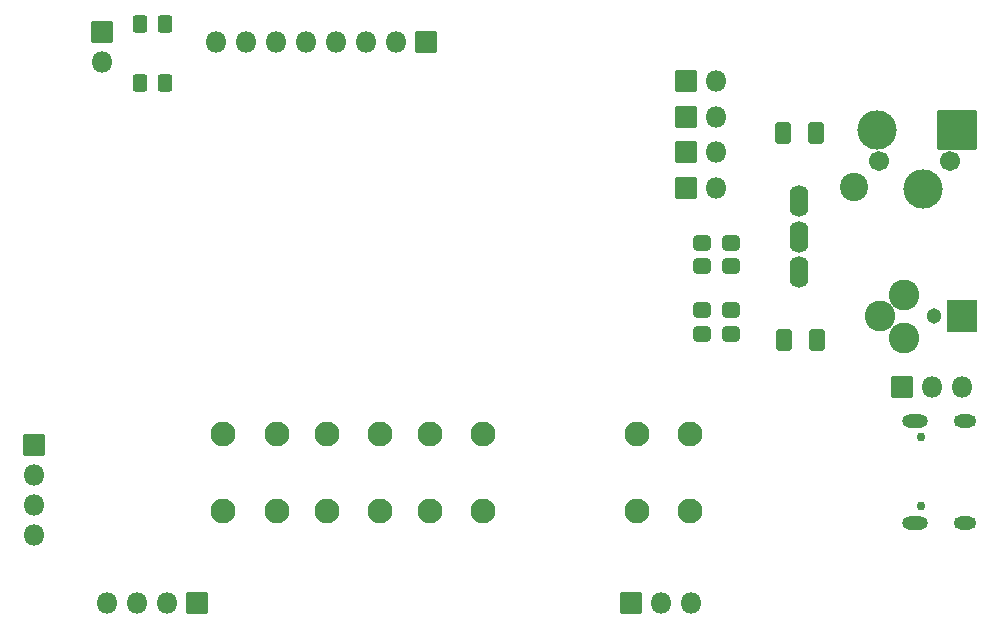
<source format=gbr>
%TF.GenerationSoftware,KiCad,Pcbnew,8.0.9-8.0.9-0~ubuntu24.04.1*%
%TF.CreationDate,2025-02-24T19:38:21+01:00*%
%TF.ProjectId,jack2bluetooth,6a61636b-3262-46c7-9565-746f6f74682e,v3.0*%
%TF.SameCoordinates,Original*%
%TF.FileFunction,Soldermask,Bot*%
%TF.FilePolarity,Negative*%
%FSLAX46Y46*%
G04 Gerber Fmt 4.6, Leading zero omitted, Abs format (unit mm)*
G04 Created by KiCad (PCBNEW 8.0.9-8.0.9-0~ubuntu24.04.1) date 2025-02-24 19:38:21*
%MOMM*%
%LPD*%
G01*
G04 APERTURE LIST*
G04 Aperture macros list*
%AMRoundRect*
0 Rectangle with rounded corners*
0 $1 Rounding radius*
0 $2 $3 $4 $5 $6 $7 $8 $9 X,Y pos of 4 corners*
0 Add a 4 corners polygon primitive as box body*
4,1,4,$2,$3,$4,$5,$6,$7,$8,$9,$2,$3,0*
0 Add four circle primitives for the rounded corners*
1,1,$1+$1,$2,$3*
1,1,$1+$1,$4,$5*
1,1,$1+$1,$6,$7*
1,1,$1+$1,$8,$9*
0 Add four rect primitives between the rounded corners*
20,1,$1+$1,$2,$3,$4,$5,0*
20,1,$1+$1,$4,$5,$6,$7,0*
20,1,$1+$1,$6,$7,$8,$9,0*
20,1,$1+$1,$8,$9,$2,$3,0*%
G04 Aperture macros list end*
%ADD10RoundRect,0.050800X0.850000X-0.850000X0.850000X0.850000X-0.850000X0.850000X-0.850000X-0.850000X0*%
%ADD11O,1.801600X1.801600*%
%ADD12C,0.751600*%
%ADD13O,2.201600X1.101600*%
%ADD14O,1.901600X1.101600*%
%ADD15C,1.701600*%
%ADD16RoundRect,0.050800X1.612500X1.612500X-1.612500X1.612500X-1.612500X-1.612500X1.612500X-1.612500X0*%
%ADD17C,3.326600*%
%ADD18C,2.396600*%
%ADD19C,2.101600*%
%ADD20RoundRect,0.050800X-0.850000X0.850000X-0.850000X-0.850000X0.850000X-0.850000X0.850000X0.850000X0*%
%ADD21RoundRect,0.050800X-0.850000X-0.850000X0.850000X-0.850000X0.850000X0.850000X-0.850000X0.850000X0*%
%ADD22C,1.301600*%
%ADD23RoundRect,0.050800X1.250000X1.275000X-1.250000X1.275000X-1.250000X-1.275000X1.250000X-1.275000X0*%
%ADD24C,2.601600*%
%ADD25RoundRect,0.270320X0.405480X0.655480X-0.405480X0.655480X-0.405480X-0.655480X0.405480X-0.655480X0*%
%ADD26O,1.601600X2.701600*%
%ADD27RoundRect,0.271166X0.479634X-0.379634X0.479634X0.379634X-0.479634X0.379634X-0.479634X-0.379634X0*%
%ADD28RoundRect,0.272087X-0.353713X-0.478713X0.353713X-0.478713X0.353713X0.478713X-0.353713X0.478713X0*%
%ADD29RoundRect,0.050800X0.850000X0.850000X-0.850000X0.850000X-0.850000X-0.850000X0.850000X-0.850000X0*%
%ADD30RoundRect,0.271166X-0.479634X0.379634X-0.479634X-0.379634X0.479634X-0.379634X0.479634X0.379634X0*%
G04 APERTURE END LIST*
D10*
%TO.C,JP5*%
X214400000Y-115600000D03*
D11*
X216940000Y-115600000D03*
%TD*%
D12*
%TO.C,J2*%
X234320000Y-142530000D03*
X234320000Y-136750000D03*
D13*
X233820000Y-143960000D03*
D14*
X238000000Y-143960000D03*
D13*
X233820000Y-135320000D03*
D14*
X238000000Y-135320000D03*
%TD*%
D15*
%TO.C,J4*%
X236750000Y-113350000D03*
X230750000Y-113350000D03*
D16*
X237350000Y-110750000D03*
D17*
X230550000Y-110750000D03*
X234450000Y-115750000D03*
D18*
X228650000Y-115550000D03*
%TD*%
D10*
%TO.C,JP3*%
X214400000Y-109600000D03*
D11*
X216940000Y-109600000D03*
%TD*%
D10*
%TO.C,JP4*%
X214400000Y-112600000D03*
D11*
X216940000Y-112600000D03*
%TD*%
D10*
%TO.C,JP1*%
X232725000Y-132500000D03*
D11*
X235265000Y-132500000D03*
X237805000Y-132500000D03*
%TD*%
D10*
%TO.C,JP2*%
X214400000Y-106600000D03*
D11*
X216940000Y-106600000D03*
%TD*%
D19*
%TO.C,SW6*%
X184000000Y-143000000D03*
X184000000Y-136500000D03*
X188500000Y-143000000D03*
X188500000Y-136500000D03*
%TD*%
D20*
%TO.C,J3*%
X173000000Y-150750000D03*
D11*
X170460000Y-150750000D03*
X167920000Y-150750000D03*
X165380000Y-150750000D03*
%TD*%
D21*
%TO.C,J6*%
X159250000Y-137420000D03*
D11*
X159250000Y-139960000D03*
X159250000Y-142500000D03*
X159250000Y-145040000D03*
%TD*%
D22*
%TO.C,J1*%
X235375000Y-126500000D03*
D23*
X237775000Y-126500000D03*
D24*
X232875000Y-124650000D03*
X232875000Y-128350000D03*
X230875000Y-126500000D03*
%TD*%
D25*
%TO.C,D7*%
X225500000Y-128500000D03*
X222700000Y-128500000D03*
%TD*%
D10*
%TO.C,J9*%
X192410000Y-103250000D03*
D11*
X189870000Y-103250000D03*
X187330000Y-103250000D03*
X184790000Y-103250000D03*
X182250000Y-103250000D03*
X179710000Y-103250000D03*
X177170000Y-103250000D03*
X174630000Y-103250000D03*
%TD*%
D19*
%TO.C,SW1*%
X179750000Y-143000000D03*
X179750000Y-136500000D03*
X175250000Y-143000000D03*
X175250000Y-136500000D03*
%TD*%
D26*
%TO.C,SW5*%
X224000000Y-116750000D03*
X224000000Y-119750000D03*
X224000000Y-122750000D03*
%TD*%
D20*
%TO.C,J5*%
X209725000Y-150800000D03*
D11*
X212265000Y-150800000D03*
X214805000Y-150800000D03*
%TD*%
D27*
%TO.C,R30*%
X215750000Y-122250000D03*
X215750000Y-120250000D03*
%TD*%
D28*
%TO.C,D8*%
X168225000Y-106750000D03*
X170275000Y-106750000D03*
%TD*%
%TO.C,D1*%
X168225000Y-101750000D03*
X170275000Y-101750000D03*
%TD*%
D27*
%TO.C,R8*%
X218250000Y-128000000D03*
X218250000Y-126000000D03*
%TD*%
D29*
%TO.C,J7*%
X165000000Y-102460000D03*
D11*
X165000000Y-105000000D03*
%TD*%
D30*
%TO.C,R31*%
X215750000Y-126000000D03*
X215750000Y-128000000D03*
%TD*%
D19*
%TO.C,SW3*%
X214750000Y-143000000D03*
X214750000Y-136500000D03*
X210250000Y-143000000D03*
X210250000Y-136500000D03*
%TD*%
%TO.C,SW2*%
X197250000Y-143000000D03*
X197250000Y-136500000D03*
X192750000Y-143000000D03*
X192750000Y-136500000D03*
%TD*%
D30*
%TO.C,R7*%
X218250000Y-120250000D03*
X218250000Y-122250000D03*
%TD*%
D25*
%TO.C,D4*%
X225400000Y-111000000D03*
X222600000Y-111000000D03*
%TD*%
M02*

</source>
